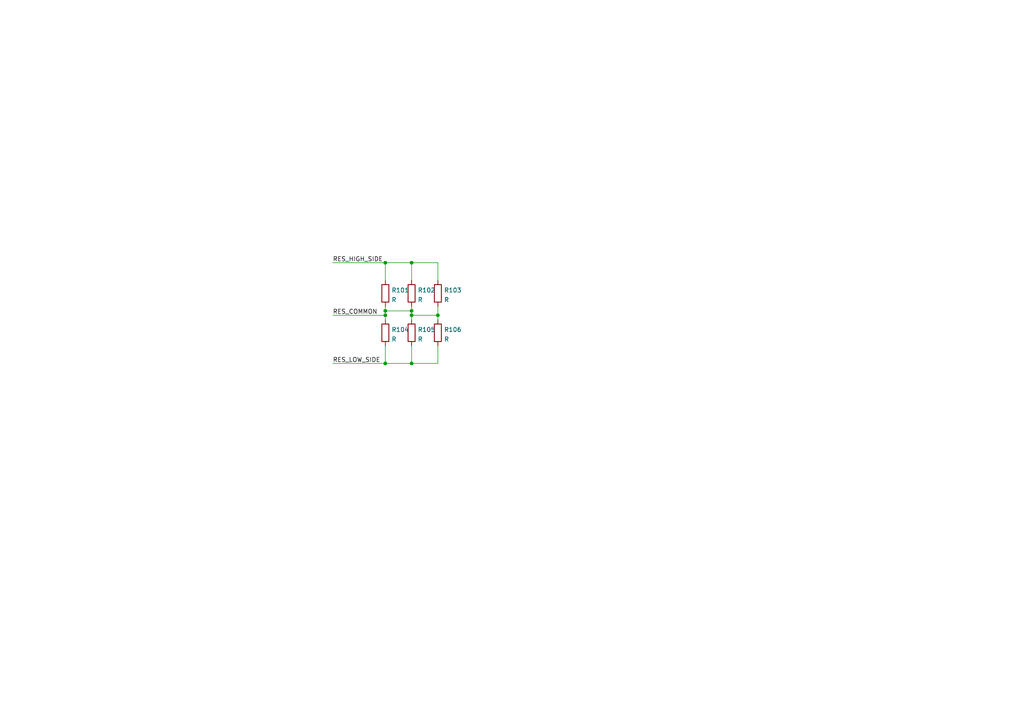
<source format=kicad_sch>
(kicad_sch (version 20210621) (generator eeschema)
  (paper "A4")
  (lib_symbols
    (symbol "Device:R" (pin_numbers hide) (pin_names (offset 0))
      (property "Reference" "R" (at 2.032 0 90))
      (property "Value" "R" (at 0 0 90))
      (symbol "R_0_1"
        (rectangle (start -1.016 -2.54) (end 1.016 2.54) (stroke (width 0.254)))
      )
      (symbol "R_1_1"
        (pin passive line (at 0 3.81 270) (length 1.27) (name "~") (number "1"))
        (pin passive line (at 0 -3.81 90) (length 1.27) (name "~") (number "2"))
      )
    )
  )
  (junction (at 111.76 76.2))
  (junction (at 111.76 90.17))
  (junction (at 111.76 91.44))
  (junction (at 111.76 105.41))
  (junction (at 119.38 76.2))
  (junction (at 119.38 90.17))
  (junction (at 119.38 91.44))
  (junction (at 119.38 105.41))
  (junction (at 127 91.44))
  (wire (pts (xy 96.52 76.2) (xy 111.76 76.2)))
  (wire (pts (xy 96.52 91.44) (xy 111.76 91.44)))
  (wire (pts (xy 96.52 105.41) (xy 111.76 105.41)))
  (wire (pts (xy 111.76 76.2) (xy 119.38 76.2)))
  (wire (pts (xy 111.76 81.28) (xy 111.76 76.2)))
  (wire (pts (xy 111.76 88.9) (xy 111.76 90.17)))
  (wire (pts (xy 111.76 90.17) (xy 111.76 91.44)))
  (wire (pts (xy 111.76 90.17) (xy 119.38 90.17)))
  (wire (pts (xy 111.76 91.44) (xy 111.76 92.71)))
  (wire (pts (xy 111.76 100.33) (xy 111.76 105.41)))
  (wire (pts (xy 111.76 105.41) (xy 119.38 105.41)))
  (wire (pts (xy 119.38 76.2) (xy 119.38 81.28)))
  (wire (pts (xy 119.38 76.2) (xy 127 76.2)))
  (wire (pts (xy 119.38 88.9) (xy 119.38 90.17)))
  (wire (pts (xy 119.38 90.17) (xy 119.38 91.44)))
  (wire (pts (xy 119.38 91.44) (xy 119.38 92.71)))
  (wire (pts (xy 119.38 91.44) (xy 127 91.44)))
  (wire (pts (xy 119.38 100.33) (xy 119.38 105.41)))
  (wire (pts (xy 119.38 105.41) (xy 127 105.41)))
  (wire (pts (xy 127 76.2) (xy 127 81.28)))
  (wire (pts (xy 127 88.9) (xy 127 91.44)))
  (wire (pts (xy 127 91.44) (xy 127 92.71)))
  (wire (pts (xy 127 105.41) (xy 127 100.33)))
  (label "RES_HIGH_SIDE" (at 96.52 76.2 0))
  (label "RES_COMMON" (at 96.52 91.44 0))
  (label "RES_LOW_SIDE" (at 96.52 105.41 0))
  (symbol (lib_id "Device:R") (at 111.76 85.09 0) (unit 1)
    (property "Reference" "R101" (at 113.5381 84.1815 0) (effects (justify left)))
    (property "Value" "R" (at 113.5381 86.9566 0) (effects (justify left)))
    (property "Footprint" "Resistor_SMD:R_0805_2012Metric" (effects hide))
  )
  (symbol (lib_id "Device:R") (at 111.76 96.52 0) (unit 1)
    (property "Reference" "R104" (at 113.5381 95.6115 0) (effects (justify left)))
    (property "Value" "R" (at 113.5381 98.3866 0) (effects (justify left)))
    (property "Footprint" "Resistor_SMD:R_0805_2012Metric" (effects hide))
  )
  (symbol (lib_id "Device:R") (at 119.38 85.09 0) (unit 1)
    (property "Reference" "R102" (at 121.1581 84.1815 0) (effects (justify left)))
    (property "Value" "R" (at 121.1581 86.9566 0) (effects (justify left)))
    (property "Footprint" "Resistor_SMD:R_0805_2012Metric" (effects hide))
  )
  (symbol (lib_id "Device:R") (at 119.38 96.52 0) (unit 1)
    (property "Reference" "R105" (at 121.1581 95.6115 0) (effects (justify left)))
    (property "Value" "R" (at 121.1581 98.3866 0) (effects (justify left)))
    (property "Footprint" "Resistor_SMD:R_0805_2012Metric" (effects hide))
  )
  (symbol (lib_id "Device:R") (at 127 85.09 0) (unit 1)
    (property "Reference" "R103" (at 128.7781 84.1815 0) (effects (justify left)))
    (property "Value" "R" (at 128.7781 86.9566 0) (effects (justify left)))
    (property "Footprint" "Resistor_SMD:R_0805_2012Metric" (effects hide))
  )
  (symbol (lib_id "Device:R") (at 127 96.52 0) (unit 1)
    (property "Reference" "R106" (at 128.7781 95.6115 0) (effects (justify left)))
    (property "Value" "R" (at 128.7781 98.3866 0) (effects (justify left)))
    (property "Footprint" "Resistor_SMD:R_0805_2012Metric" (effects hide))
  )
)
</source>
